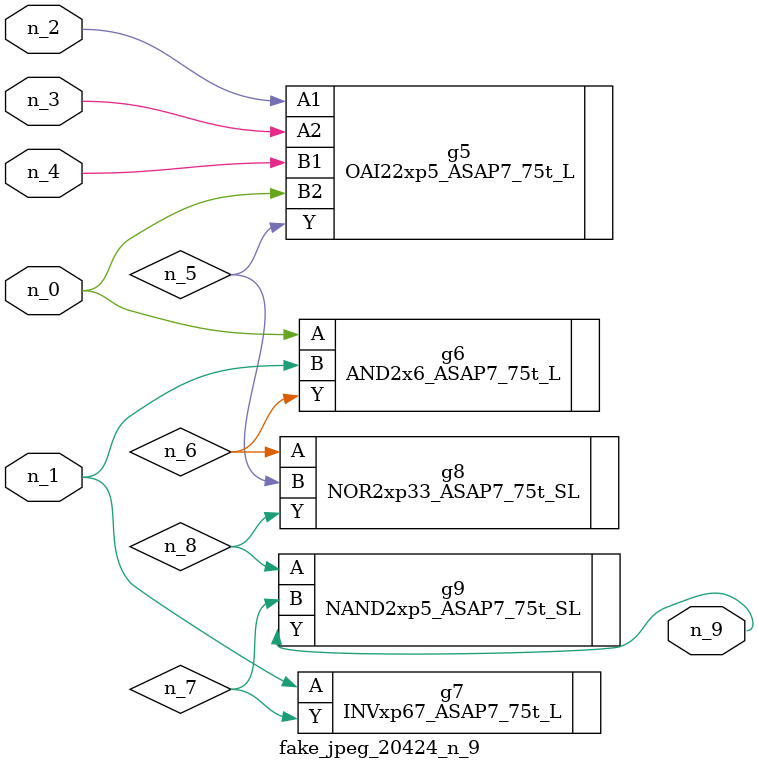
<source format=v>
module fake_jpeg_20424_n_9 (n_3, n_2, n_1, n_0, n_4, n_9);

input n_3;
input n_2;
input n_1;
input n_0;
input n_4;

output n_9;

wire n_8;
wire n_6;
wire n_5;
wire n_7;

OAI22xp5_ASAP7_75t_L g5 ( 
.A1(n_2),
.A2(n_3),
.B1(n_4),
.B2(n_0),
.Y(n_5)
);

AND2x6_ASAP7_75t_L g6 ( 
.A(n_0),
.B(n_1),
.Y(n_6)
);

INVxp67_ASAP7_75t_L g7 ( 
.A(n_1),
.Y(n_7)
);

NOR2xp33_ASAP7_75t_SL g8 ( 
.A(n_6),
.B(n_5),
.Y(n_8)
);

NAND2xp5_ASAP7_75t_SL g9 ( 
.A(n_8),
.B(n_7),
.Y(n_9)
);


endmodule
</source>
